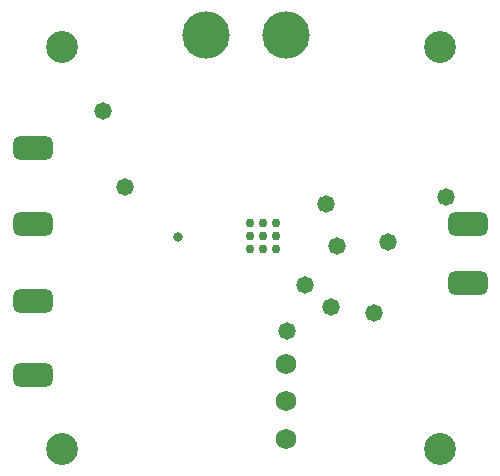
<source format=gbs>
G04*
G04 #@! TF.GenerationSoftware,Altium Limited,CircuitMaker,2.0.3 (51)*
G04*
G04 Layer_Color=8150272*
%FSLAX44Y44*%
%MOMM*%
G71*
G04*
G04 #@! TF.SameCoordinates,C8AC64B2-932A-4FD2-A93B-DAD22475A408*
G04*
G04*
G04 #@! TF.FilePolarity,Negative*
G04*
G01*
G75*
G04:AMPARAMS|DCode=54|XSize=3.3782mm|YSize=1.9812mm|CornerRadius=0.5461mm|HoleSize=0mm|Usage=FLASHONLY|Rotation=0.000|XOffset=0mm|YOffset=0mm|HoleType=Round|Shape=RoundedRectangle|*
%AMROUNDEDRECTD54*
21,1,3.3782,0.8890,0,0,0.0*
21,1,2.2860,1.9812,0,0,0.0*
1,1,1.0922,1.1430,-0.4445*
1,1,1.0922,-1.1430,-0.4445*
1,1,1.0922,-1.1430,0.4445*
1,1,1.0922,1.1430,0.4445*
%
%ADD54ROUNDEDRECTD54*%
%ADD55C,1.7272*%
%ADD56C,1.4732*%
%ADD57C,2.7032*%
%ADD58C,4.0132*%
%ADD59C,0.7532*%
%ADD60C,0.8382*%
D54*
X575000Y975000D02*
D03*
Y845000D02*
D03*
X575056Y782066D02*
D03*
X943528Y860000D02*
D03*
Y910000D02*
D03*
X575000D02*
D03*
D55*
X790000Y760000D02*
D03*
Y791750D02*
D03*
Y728250D02*
D03*
D56*
X864362Y835152D02*
D03*
X828040Y840232D02*
D03*
X875792Y894588D02*
D03*
X805942Y858266D02*
D03*
X823468Y926846D02*
D03*
X653542Y941832D02*
D03*
X924814Y932942D02*
D03*
X634492Y1005840D02*
D03*
X832866Y891540D02*
D03*
X790194Y819658D02*
D03*
D57*
X920000Y1060000D02*
D03*
X600000Y720000D02*
D03*
Y1060000D02*
D03*
X920000Y720000D02*
D03*
D58*
X722122Y1069848D02*
D03*
X790000Y1070000D02*
D03*
D59*
X781000Y889000D02*
D03*
X770000D02*
D03*
X759000D02*
D03*
X781000Y900000D02*
D03*
X770000D02*
D03*
X759000D02*
D03*
X781000Y911000D02*
D03*
X770000D02*
D03*
X759000D02*
D03*
D60*
X697738Y899160D02*
D03*
M02*

</source>
